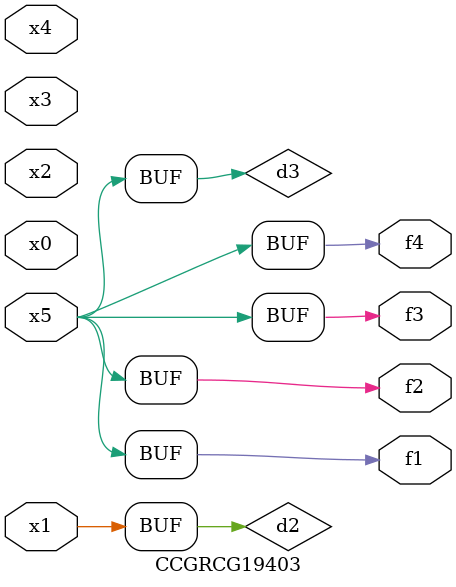
<source format=v>
module CCGRCG19403(
	input x0, x1, x2, x3, x4, x5,
	output f1, f2, f3, f4
);

	wire d1, d2, d3;

	not (d1, x5);
	or (d2, x1);
	xnor (d3, d1);
	assign f1 = d3;
	assign f2 = d3;
	assign f3 = d3;
	assign f4 = d3;
endmodule

</source>
